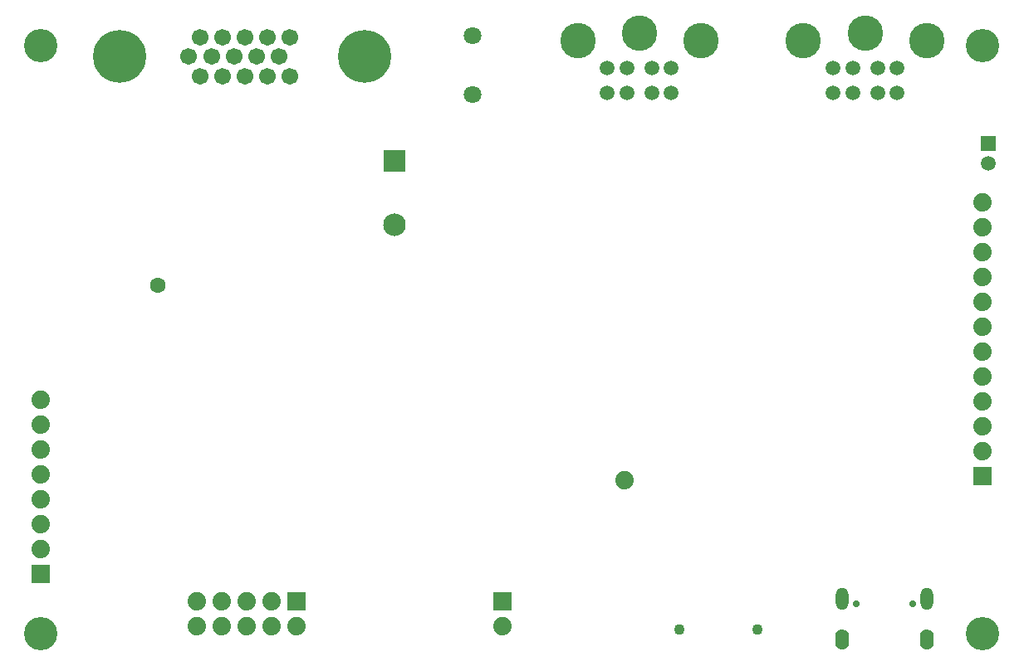
<source format=gbr>
G04 #@! TF.GenerationSoftware,KiCad,Pcbnew,5.1.0-rc2-unknown-036be7d~80~ubuntu16.04.1*
G04 #@! TF.CreationDate,2023-05-31T16:01:49+03:00*
G04 #@! TF.ProjectId,ESP32-SBC-FabGL_Rev_B,45535033-322d-4534-9243-2d466162474c,B*
G04 #@! TF.SameCoordinates,Original*
G04 #@! TF.FileFunction,Soldermask,Bot*
G04 #@! TF.FilePolarity,Negative*
%FSLAX46Y46*%
G04 Gerber Fmt 4.6, Leading zero omitted, Abs format (unit mm)*
G04 Created by KiCad (PCBNEW 5.1.0-rc2-unknown-036be7d~80~ubuntu16.04.1) date 2023-05-31 16:01:49*
%MOMM*%
%LPD*%
G04 APERTURE LIST*
%ADD10C,1.801600*%
%ADD11C,1.501600*%
%ADD12R,1.501600X1.501600*%
%ADD13R,2.301600X2.301600*%
%ADD14C,2.301600*%
%ADD15C,1.879600*%
%ADD16C,3.401601*%
%ADD17C,1.101600*%
%ADD18C,3.601600*%
%ADD19C,1.511600*%
%ADD20C,1.601600*%
%ADD21R,1.879600X1.879600*%
%ADD22C,1.701600*%
%ADD23C,5.401600*%
%ADD24O,1.301600X2.301600*%
%ADD25C,0.701600*%
%ADD26O,1.401600X2.101600*%
G04 APERTURE END LIST*
D10*
X148000000Y-57000000D03*
X148000000Y-51000000D03*
D11*
X200538220Y-64000760D03*
D12*
X200535680Y-61971300D03*
D13*
X140000000Y-63750000D03*
D14*
X140000000Y-70250000D03*
D15*
X163449000Y-96393000D03*
D16*
X104000000Y-112000000D03*
X200000000Y-112000000D03*
X200000000Y-52000000D03*
X104000000Y-52000000D03*
D17*
X177048000Y-111632200D03*
X169047000Y-111632200D03*
D18*
X158700000Y-51500000D03*
X165000000Y-50700000D03*
X171300000Y-51500000D03*
D19*
X163730000Y-56810000D03*
X166270000Y-56810000D03*
X168260000Y-56810000D03*
X161740000Y-56810000D03*
X168260000Y-54270000D03*
X161740000Y-54270000D03*
X166270000Y-54270000D03*
X163730000Y-54270000D03*
D18*
X181700000Y-51500000D03*
X188000000Y-50700000D03*
X194300000Y-51500000D03*
D19*
X186730000Y-56810000D03*
X189270000Y-56810000D03*
X191260000Y-56810000D03*
X184740000Y-56810000D03*
X191260000Y-54270000D03*
X184740000Y-54270000D03*
X189270000Y-54270000D03*
X186730000Y-54270000D03*
D20*
X115940000Y-76500000D03*
D21*
X130080000Y-108730000D03*
D15*
X130080000Y-111270000D03*
X127540000Y-108730000D03*
X127540000Y-111270000D03*
X125000000Y-108730000D03*
X125000000Y-111270000D03*
X122460000Y-108730000D03*
X122460000Y-111270000D03*
X119920000Y-108730000D03*
X119920000Y-111270000D03*
D22*
X120220000Y-55090000D03*
X122510000Y-55090000D03*
X124800000Y-55090000D03*
X127090000Y-55090000D03*
X129380000Y-55090000D03*
X119075000Y-53110000D03*
X121365000Y-53110000D03*
X123655000Y-53110000D03*
X125945000Y-53110000D03*
X128235000Y-53110000D03*
X120220000Y-51130000D03*
X122510000Y-51130000D03*
X124800000Y-51130000D03*
X127090000Y-51130000D03*
X129380000Y-51130000D03*
D23*
X136995000Y-53110000D03*
X112005000Y-53110000D03*
D21*
X151000000Y-108730000D03*
D15*
X151000000Y-111270000D03*
X104000000Y-90650000D03*
X104000000Y-88110000D03*
X104000000Y-93190000D03*
X104000000Y-95730000D03*
D21*
X104000000Y-105890000D03*
D15*
X104000000Y-103350000D03*
X104000000Y-100810000D03*
X104000000Y-98270000D03*
X200000000Y-70570000D03*
X200000000Y-68030000D03*
X200000000Y-73110000D03*
X200000000Y-75650000D03*
X200000000Y-80730000D03*
X200000000Y-78190000D03*
X200000000Y-83270000D03*
X200000000Y-85810000D03*
D21*
X200000000Y-95970000D03*
D15*
X200000000Y-93430000D03*
X200000000Y-90890000D03*
X200000000Y-88350000D03*
D24*
X185680000Y-108470000D03*
D25*
X187110000Y-108970000D03*
D26*
X185680000Y-112650000D03*
X194320000Y-112650000D03*
D24*
X194320000Y-108470000D03*
D25*
X192890000Y-108970000D03*
M02*

</source>
